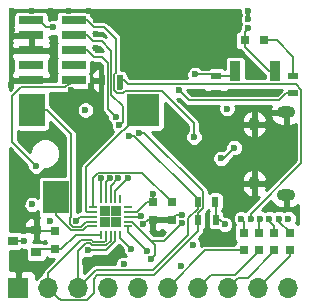
<source format=gbl>
G04 #@! TF.FileFunction,Copper,L4,Bot,Signal*
%FSLAX46Y46*%
G04 Gerber Fmt 4.6, Leading zero omitted, Abs format (unit mm)*
G04 Created by KiCad (PCBNEW 4.0.7-e0-6372~58~ubuntu16.10.1) date Fri Aug 10 15:11:26 2018*
%MOMM*%
%LPD*%
G01*
G04 APERTURE LIST*
%ADD10C,0.100000*%
%ADD11R,0.500000X0.900000*%
%ADD12R,0.750000X0.800000*%
%ADD13R,0.900000X0.500000*%
%ADD14R,0.800000X0.800000*%
%ADD15O,0.950000X1.250000*%
%ADD16O,1.550000X1.000000*%
%ADD17R,1.700000X1.700000*%
%ADD18O,1.700000X1.700000*%
%ADD19O,0.750000X0.200000*%
%ADD20O,0.200000X0.750000*%
%ADD21R,0.925000X0.925000*%
%ADD22R,0.900000X0.800000*%
%ADD23R,2.200000X2.800000*%
%ADD24R,2.800000X2.800000*%
%ADD25R,0.900000X1.700000*%
%ADD26R,2.100000X0.750000*%
%ADD27C,0.600000*%
%ADD28C,0.130000*%
%ADD29C,0.300000*%
%ADD30C,0.254000*%
G04 APERTURE END LIST*
D10*
D11*
X140500000Y-89200000D03*
X139000000Y-89200000D03*
D12*
X143300000Y-99500000D03*
X143300000Y-101000000D03*
X144900000Y-99500000D03*
X144900000Y-101000000D03*
X154900000Y-102100000D03*
X154900000Y-103600000D03*
D13*
X148700000Y-88800000D03*
X148700000Y-90300000D03*
D12*
X153600000Y-103600000D03*
X153600000Y-102100000D03*
X152300000Y-103600000D03*
X152300000Y-102100000D03*
X135059793Y-101992047D03*
X135059793Y-103492047D03*
D11*
X148650000Y-101000000D03*
X147150000Y-101000000D03*
X148610000Y-99470000D03*
X147110000Y-99470000D03*
D13*
X155200000Y-88800000D03*
X155200000Y-90300000D03*
D14*
X151100000Y-85800000D03*
X152700000Y-85800000D03*
D15*
X151900000Y-97900000D03*
X151900000Y-92900000D03*
D16*
X154600000Y-98900000D03*
X154600000Y-91900000D03*
D12*
X151000000Y-103600000D03*
X151000000Y-102100000D03*
D17*
X131920000Y-106740000D03*
D18*
X134460000Y-106740000D03*
X137000000Y-106740000D03*
X139540000Y-106740000D03*
X142080000Y-106740000D03*
X144620000Y-106740000D03*
X147160000Y-106740000D03*
X149700000Y-106740000D03*
X152240000Y-106740000D03*
X154780000Y-106740000D03*
D19*
X138237500Y-101562500D03*
X138237500Y-101162500D03*
X138237500Y-100762500D03*
X138237500Y-100362500D03*
X138237500Y-99962500D03*
D20*
X138937500Y-99262500D03*
X139337500Y-99262500D03*
X139737500Y-99262500D03*
X140137500Y-99262500D03*
X140537500Y-99262500D03*
D19*
X141237500Y-99962500D03*
X141237500Y-100362500D03*
X141237500Y-100762500D03*
X141237500Y-101162500D03*
X141237500Y-101562500D03*
D20*
X140537500Y-102262500D03*
X140137500Y-102262500D03*
X139737500Y-102262500D03*
X139337500Y-102262500D03*
X138937500Y-102262500D03*
D21*
X140200000Y-100300000D03*
X140200000Y-101225000D03*
X139275000Y-100300000D03*
X139275000Y-101225000D03*
D22*
X133459793Y-101842047D03*
X133459793Y-103742047D03*
X131459793Y-102792047D03*
D23*
X133100000Y-91700000D03*
X135100000Y-99100000D03*
D24*
X142500000Y-91700000D03*
D25*
X150300000Y-88400000D03*
X153700000Y-88400000D03*
D26*
X133000000Y-84120000D03*
X136600000Y-84120000D03*
X133000000Y-85390000D03*
X136600000Y-85390000D03*
X133000000Y-86660000D03*
X136600000Y-86660000D03*
X133000000Y-87930000D03*
X136600000Y-87930000D03*
X133000000Y-89200000D03*
X136600000Y-89200000D03*
D27*
X137599988Y-104600000D03*
X145729972Y-104929978D03*
X138059989Y-89704651D03*
X131300000Y-89600000D03*
X136412749Y-90005004D03*
X147200000Y-90300000D03*
X149900000Y-102199999D03*
X145764213Y-100570866D03*
X142500000Y-101400000D03*
X133500000Y-102800000D03*
X138900000Y-92200000D03*
X134499975Y-93800025D03*
X139275000Y-101225000D03*
X140200000Y-101225000D03*
X140200000Y-100300000D03*
X139275000Y-100300000D03*
X138400000Y-88000000D03*
X131354688Y-88000000D03*
X131400000Y-86600000D03*
X131400000Y-84900000D03*
X131400000Y-83300000D03*
X133100000Y-83300000D03*
X134700000Y-83300000D03*
X136200000Y-83300000D03*
X137900000Y-83300000D03*
X138500000Y-84100000D03*
X138500000Y-85300000D03*
X138500000Y-86500000D03*
X134100000Y-97200000D03*
X133424999Y-96445001D03*
X154800000Y-100900000D03*
X146700000Y-103104990D03*
X134900000Y-84700000D03*
X149400000Y-101400000D03*
X136800000Y-101123822D03*
X143300000Y-98795010D03*
X140851341Y-104777192D03*
X132400000Y-102800000D03*
X151400000Y-84800000D03*
X151400000Y-84000000D03*
X151400000Y-83300000D03*
X133100000Y-99700000D03*
X137600000Y-91700000D03*
X149600000Y-91600000D03*
X153169987Y-100900000D03*
X140400000Y-97500000D03*
X152369996Y-100896728D03*
X139669987Y-97500000D03*
X142156870Y-93616820D03*
X141300000Y-93900000D03*
X142354305Y-100684675D03*
X143199992Y-104300000D03*
X145800000Y-101300000D03*
X142796649Y-103626929D03*
X141482549Y-103484796D03*
X137813416Y-103532758D03*
X140480407Y-93020149D03*
X146800000Y-94000000D03*
X146900000Y-88700000D03*
X134600000Y-101100000D03*
X140200000Y-92300000D03*
X145500000Y-90000000D03*
X149100000Y-95800000D03*
X150200000Y-94900000D03*
X150800000Y-100900004D03*
X138900000Y-97500000D03*
X154000000Y-100900000D03*
X141200000Y-97500000D03*
X151584975Y-100915039D03*
X140554745Y-89794214D03*
D28*
X148700000Y-90300000D02*
X147200000Y-90300000D01*
X145339949Y-100570866D02*
X145764213Y-100570866D01*
X145304134Y-100570866D02*
X145339949Y-100570866D01*
X144900000Y-100975000D02*
X145304134Y-100570866D01*
X144900000Y-101000000D02*
X144900000Y-100975000D01*
X143300000Y-101000000D02*
X142900000Y-101000000D01*
X142900000Y-101000000D02*
X142500000Y-101400000D01*
X133459793Y-101842047D02*
X133459793Y-102759793D01*
X133459793Y-102759793D02*
X133500000Y-102800000D01*
X135059793Y-101992047D02*
X133609793Y-101992047D01*
X133609793Y-101992047D02*
X133459793Y-101842047D01*
X133424999Y-96445001D02*
X131400000Y-94420002D01*
X131400000Y-94420002D02*
X131400000Y-90548998D01*
X136289997Y-89510003D02*
X136600000Y-89200000D01*
X131400000Y-90548998D02*
X132178997Y-89770001D01*
X132178997Y-89770001D02*
X135915150Y-89770001D01*
X135915150Y-89770001D02*
X136175148Y-89510003D01*
X136175148Y-89510003D02*
X136289997Y-89510003D01*
X133000000Y-84120000D02*
X133675000Y-84120000D01*
X133675000Y-84120000D02*
X134255000Y-84700000D01*
X134255000Y-84700000D02*
X134900000Y-84700000D01*
X153700000Y-88400000D02*
X153120000Y-88400000D01*
X153120000Y-88400000D02*
X151100000Y-86380000D01*
X151100000Y-86380000D02*
X151100000Y-86330000D01*
X151100000Y-86330000D02*
X151100000Y-85800000D01*
X151100000Y-85800000D02*
X151100000Y-85100000D01*
X151100000Y-85100000D02*
X151400000Y-84800000D01*
X148650000Y-101000000D02*
X148650000Y-99510000D01*
X148650000Y-99510000D02*
X148610000Y-99470000D01*
X148650000Y-101000000D02*
X149000000Y-101000000D01*
X149000000Y-101000000D02*
X149400000Y-101400000D01*
X153700000Y-88400000D02*
X153700000Y-88000000D01*
X138237500Y-100762500D02*
X137161322Y-100762500D01*
X137161322Y-100762500D02*
X136800000Y-101123822D01*
X143300000Y-99500000D02*
X143300000Y-98795010D01*
X143300000Y-99500000D02*
X142795000Y-99500000D01*
X142795000Y-99500000D02*
X141932500Y-100362500D01*
X141932500Y-100362500D02*
X141742500Y-100362500D01*
X141742500Y-100362500D02*
X141237500Y-100362500D01*
X131459793Y-102792047D02*
X132392047Y-102792047D01*
X132392047Y-102792047D02*
X132400000Y-102800000D01*
D29*
X151400000Y-83300000D02*
X151400000Y-84000000D01*
D28*
X153199992Y-100900000D02*
X153169987Y-100900000D01*
X153199992Y-101169992D02*
X153199992Y-100900000D01*
X153600000Y-102100000D02*
X153600000Y-101570000D01*
X153600000Y-101570000D02*
X153199992Y-101169992D01*
X140400000Y-97500000D02*
X139737500Y-98162500D01*
X139737500Y-98162500D02*
X139737500Y-99262500D01*
X152300000Y-102100000D02*
X152300000Y-100966724D01*
X152300000Y-100966724D02*
X152369996Y-100896728D01*
X139337500Y-99262500D02*
X139337500Y-97832487D01*
X139337500Y-97832487D02*
X139369988Y-97799999D01*
X139369988Y-97799999D02*
X139669987Y-97500000D01*
X147150000Y-101000000D02*
X147150000Y-101917398D01*
X147150000Y-101917398D02*
X146104999Y-102962399D01*
X146104999Y-102962399D02*
X146104999Y-102995001D01*
X143405001Y-105694999D02*
X138605001Y-105694999D01*
X146104999Y-102995001D02*
X143405001Y-105694999D01*
X138300000Y-106000000D02*
X138300000Y-107200000D01*
X137714999Y-107785001D02*
X135505001Y-107785001D01*
X135505001Y-107785001D02*
X135309999Y-107589999D01*
X138605001Y-105694999D02*
X138300000Y-106000000D01*
X138300000Y-107200000D02*
X137714999Y-107785001D01*
X135309999Y-107589999D02*
X134460000Y-106740000D01*
X134460000Y-105537919D02*
X134460000Y-106740000D01*
X137257930Y-102739989D02*
X134460000Y-105537919D01*
X138126928Y-102739989D02*
X137257930Y-102739989D01*
X138286939Y-102900000D02*
X138126928Y-102739989D01*
X139337500Y-102767500D02*
X139205000Y-102900000D01*
X139337500Y-102262500D02*
X139337500Y-102767500D01*
X139205000Y-102900000D02*
X138286939Y-102900000D01*
X142581134Y-93616820D02*
X142156870Y-93616820D01*
X147150000Y-100420000D02*
X147555001Y-100014999D01*
X147555001Y-98590687D02*
X142581134Y-93616820D01*
X147555001Y-100014999D02*
X147555001Y-98590687D01*
X147150000Y-101000000D02*
X147150000Y-100420000D01*
X147110000Y-99470000D02*
X147110000Y-100050000D01*
X147110000Y-100050000D02*
X146300000Y-100860000D01*
X138467807Y-105272193D02*
X137000000Y-106740000D01*
X146300000Y-100860000D02*
X146300000Y-102300000D01*
X146300000Y-102300000D02*
X143327807Y-105272193D01*
X143327807Y-105272193D02*
X138467807Y-105272193D01*
X137646124Y-103000000D02*
X137000000Y-103646124D01*
X139737500Y-102767500D02*
X139344989Y-103160011D01*
X137000000Y-105537919D02*
X137000000Y-106740000D01*
X139737500Y-102262500D02*
X139737500Y-102767500D01*
X139344989Y-103160011D02*
X138179239Y-103160011D01*
X138179239Y-103160011D02*
X138019228Y-103000000D01*
X138019228Y-103000000D02*
X137646124Y-103000000D01*
X137000000Y-103646124D02*
X137000000Y-105537919D01*
X147110000Y-99470000D02*
X147110000Y-99270000D01*
X147110000Y-99270000D02*
X141740000Y-93900000D01*
X141740000Y-93900000D02*
X141724264Y-93900000D01*
X141724264Y-93900000D02*
X141300000Y-93900000D01*
X141237500Y-100762500D02*
X142276480Y-100762500D01*
X142276480Y-100762500D02*
X142354305Y-100684675D01*
X143499991Y-104000001D02*
X143199992Y-104300000D01*
X143195002Y-102827606D02*
X143499991Y-103132595D01*
X143499991Y-103132595D02*
X143499991Y-104000001D01*
X145800000Y-101300000D02*
X144272394Y-102827606D01*
X144272394Y-102827606D02*
X143195002Y-102827606D01*
X141237500Y-101162500D02*
X141529896Y-101162500D01*
X141529896Y-101162500D02*
X143195002Y-102827606D01*
X141237500Y-102067780D02*
X142496650Y-103326930D01*
X142496650Y-103326930D02*
X142796649Y-103626929D01*
X141237500Y-101562500D02*
X141237500Y-102067780D01*
X140537500Y-102262500D02*
X140537500Y-102537500D01*
X141482549Y-103482549D02*
X141482549Y-103484796D01*
X140537500Y-102537500D02*
X141482549Y-103482549D01*
X140137500Y-102767500D02*
X139372242Y-103532758D01*
X139372242Y-103532758D02*
X138237680Y-103532758D01*
X140137500Y-102262500D02*
X140137500Y-102767500D01*
X138237680Y-103532758D02*
X137813416Y-103532758D01*
X139800000Y-90400000D02*
X139800000Y-90139782D01*
X139800000Y-86700000D02*
X139000000Y-85900000D01*
X139800000Y-88481287D02*
X139800000Y-86700000D01*
X139794988Y-88486299D02*
X139800000Y-88481287D01*
X139794988Y-89913701D02*
X139794988Y-88486299D01*
X139799733Y-89918446D02*
X139794988Y-89913701D01*
X139799733Y-90139515D02*
X139799733Y-89918446D01*
X139800000Y-90139782D02*
X139799733Y-90139515D01*
X140780406Y-91380406D02*
X139800000Y-90400000D01*
X140780406Y-92720150D02*
X140780406Y-91380406D01*
X140480407Y-93020149D02*
X140780406Y-92720150D01*
X139000000Y-85900000D02*
X138290000Y-85900000D01*
X138290000Y-85900000D02*
X137780000Y-85390000D01*
X137780000Y-85390000D02*
X136600000Y-85390000D01*
X137780000Y-84120000D02*
X136600000Y-84120000D01*
X138360000Y-84700000D02*
X137780000Y-84120000D01*
X140160011Y-88554999D02*
X140160011Y-85660011D01*
X139200000Y-84700000D02*
X138360000Y-84700000D01*
X140160011Y-85660011D02*
X139200000Y-84700000D01*
X140054999Y-88660011D02*
X140160011Y-88554999D01*
X140054999Y-89806001D02*
X140054999Y-88660011D01*
X140059744Y-89810746D02*
X140054999Y-89806001D01*
X140059744Y-90031815D02*
X140059744Y-89810746D01*
X140317144Y-90289215D02*
X140059744Y-90031815D01*
X140792346Y-90289215D02*
X140317144Y-90289215D01*
X140976562Y-90104999D02*
X140792346Y-90289215D01*
X144056001Y-90104999D02*
X140976562Y-90104999D01*
X146800000Y-92848998D02*
X144056001Y-90104999D01*
X146800000Y-94000000D02*
X146800000Y-92848998D01*
X135059793Y-103492047D02*
X133709793Y-103492047D01*
X133709793Y-103492047D02*
X133459793Y-103742047D01*
X135059793Y-103492047D02*
X135564793Y-103492047D01*
X135564793Y-103492047D02*
X136794340Y-102262500D01*
X136794340Y-102262500D02*
X138707500Y-102262500D01*
X138707500Y-102262500D02*
X138937500Y-102262500D01*
X146900000Y-88700000D02*
X148600000Y-88700000D01*
X148600000Y-88700000D02*
X148700000Y-88800000D01*
X148700000Y-88800000D02*
X149900000Y-88800000D01*
X149900000Y-88800000D02*
X150300000Y-88400000D01*
X140200000Y-92300000D02*
X139500000Y-91600000D01*
X139500000Y-87700000D02*
X139000000Y-87200000D01*
X139500000Y-91600000D02*
X139500000Y-87700000D01*
X139000000Y-87200000D02*
X138320000Y-87200000D01*
X138320000Y-87200000D02*
X137780000Y-86660000D01*
X137780000Y-86660000D02*
X136600000Y-86660000D01*
X152700000Y-85800000D02*
X153819098Y-85800000D01*
X153819098Y-85800000D02*
X155200000Y-87180902D01*
X155200000Y-88800000D02*
X155200000Y-87180902D01*
X147400000Y-90900000D02*
X146400000Y-90900000D01*
X146400000Y-90900000D02*
X145500000Y-90000000D01*
X154020000Y-90900000D02*
X147400000Y-90900000D01*
X155200000Y-90300000D02*
X154620000Y-90300000D01*
X154620000Y-90300000D02*
X154020000Y-90900000D01*
X150200000Y-94900000D02*
X149300000Y-95800000D01*
X149300000Y-95800000D02*
X149100000Y-95800000D01*
X136395001Y-93765001D02*
X134330000Y-91700000D01*
X136304998Y-100886220D02*
X136395001Y-100796217D01*
X136562398Y-101618824D02*
X136304998Y-101361424D01*
X137203381Y-101618824D02*
X136562398Y-101618824D01*
X136304998Y-101361424D02*
X136304998Y-100886220D01*
X137659705Y-101162500D02*
X137203381Y-101618824D01*
X134330000Y-91700000D02*
X133100000Y-91700000D01*
X138237500Y-101162500D02*
X137659705Y-101162500D01*
X136395001Y-100796217D02*
X136395001Y-93765001D01*
X138237500Y-100362500D02*
X137732500Y-100362500D01*
X137732500Y-100362500D02*
X137667490Y-100297490D01*
X137667490Y-100297490D02*
X137667490Y-96532510D01*
X140804999Y-93395001D02*
X140837601Y-93395001D01*
X137667490Y-96532510D02*
X140804999Y-93395001D01*
X142500000Y-91732602D02*
X142500000Y-91700000D01*
X140837601Y-93395001D02*
X142500000Y-91732602D01*
X152240000Y-106740000D02*
X154900000Y-104080000D01*
X154900000Y-104080000D02*
X154900000Y-103600000D01*
X151000000Y-101100004D02*
X150800000Y-100900004D01*
X151000000Y-102100000D02*
X151000000Y-101100004D01*
X138900000Y-97500000D02*
X138900000Y-99225000D01*
X138900000Y-99225000D02*
X138937500Y-99262500D01*
X149700000Y-106740000D02*
X150549999Y-105890001D01*
X150549999Y-105890001D02*
X151334999Y-105890001D01*
X151334999Y-105890001D02*
X153600000Y-103625000D01*
X153600000Y-103625000D02*
X153600000Y-103600000D01*
X147160000Y-106740000D02*
X148205001Y-105694999D01*
X148205001Y-105694999D02*
X150230001Y-105694999D01*
X150230001Y-105694999D02*
X152300000Y-103625000D01*
X152300000Y-103625000D02*
X152300000Y-103600000D01*
X151000000Y-103600000D02*
X147760000Y-103600000D01*
X147760000Y-103600000D02*
X144620000Y-106740000D01*
X138237500Y-99732500D02*
X138237500Y-99962500D01*
X138662399Y-97004999D02*
X138237500Y-97429898D01*
X142429999Y-97004999D02*
X138662399Y-97004999D01*
X144900000Y-99500000D02*
X144900000Y-99475000D01*
X138237500Y-97429898D02*
X138237500Y-99732500D01*
X144900000Y-99475000D02*
X142429999Y-97004999D01*
X154000000Y-101175000D02*
X154000000Y-100900000D01*
X154900000Y-102075000D02*
X154000000Y-101175000D01*
X154900000Y-102100000D02*
X154900000Y-102075000D01*
X141200000Y-97500000D02*
X140137500Y-98562500D01*
X140137500Y-98562500D02*
X140137500Y-99262500D01*
X135100000Y-99100000D02*
X135100000Y-100630000D01*
X136348835Y-101878835D02*
X137416165Y-101878835D01*
X135100000Y-100630000D02*
X136348835Y-101878835D01*
X137732500Y-101562500D02*
X138237500Y-101562500D01*
X137416165Y-101878835D02*
X137732500Y-101562500D01*
X151584975Y-100490747D02*
X151584975Y-100490775D01*
X155900000Y-96175722D02*
X151584975Y-100490747D01*
X155900000Y-90000000D02*
X155900000Y-96175722D01*
X155400000Y-89500000D02*
X155900000Y-90000000D01*
X141180000Y-89500000D02*
X155400000Y-89500000D01*
X140880000Y-89200000D02*
X141180000Y-89500000D01*
X140500000Y-89200000D02*
X140880000Y-89200000D01*
X151584975Y-100490775D02*
X151584975Y-100915039D01*
X140514214Y-89794214D02*
X140554745Y-89794214D01*
X140500000Y-89780000D02*
X140514214Y-89794214D01*
X140500000Y-89200000D02*
X140500000Y-89780000D01*
D30*
G36*
X132253158Y-103534873D02*
X132545559Y-103535128D01*
X132566271Y-103526570D01*
X132566271Y-104142047D01*
X132596603Y-104303248D01*
X132691873Y-104451302D01*
X132837238Y-104550626D01*
X133009793Y-104585569D01*
X133909793Y-104585569D01*
X134070994Y-104555237D01*
X134219048Y-104459967D01*
X134318372Y-104314602D01*
X134347433Y-104171092D01*
X134366873Y-104201302D01*
X134512238Y-104300626D01*
X134684793Y-104335569D01*
X134955244Y-104335569D01*
X134106447Y-105184366D01*
X133998060Y-105346577D01*
X133961093Y-105532423D01*
X133551368Y-105806193D01*
X133405000Y-106025248D01*
X133405000Y-105763691D01*
X133308327Y-105530302D01*
X133129699Y-105351673D01*
X132896310Y-105255000D01*
X132205750Y-105255000D01*
X132047000Y-105413750D01*
X132047000Y-106613000D01*
X132067000Y-106613000D01*
X132067000Y-106867000D01*
X132047000Y-106867000D01*
X132047000Y-106887000D01*
X131793000Y-106887000D01*
X131793000Y-106867000D01*
X131773000Y-106867000D01*
X131773000Y-106613000D01*
X131793000Y-106613000D01*
X131793000Y-105413750D01*
X131634250Y-105255000D01*
X131210000Y-105255000D01*
X131210000Y-103635569D01*
X131909793Y-103635569D01*
X132070994Y-103605237D01*
X132208902Y-103516496D01*
X132253158Y-103534873D01*
X132253158Y-103534873D01*
G37*
X132253158Y-103534873D02*
X132545559Y-103535128D01*
X132566271Y-103526570D01*
X132566271Y-104142047D01*
X132596603Y-104303248D01*
X132691873Y-104451302D01*
X132837238Y-104550626D01*
X133009793Y-104585569D01*
X133909793Y-104585569D01*
X134070994Y-104555237D01*
X134219048Y-104459967D01*
X134318372Y-104314602D01*
X134347433Y-104171092D01*
X134366873Y-104201302D01*
X134512238Y-104300626D01*
X134684793Y-104335569D01*
X134955244Y-104335569D01*
X134106447Y-105184366D01*
X133998060Y-105346577D01*
X133961093Y-105532423D01*
X133551368Y-105806193D01*
X133405000Y-106025248D01*
X133405000Y-105763691D01*
X133308327Y-105530302D01*
X133129699Y-105351673D01*
X132896310Y-105255000D01*
X132205750Y-105255000D01*
X132047000Y-105413750D01*
X132047000Y-106613000D01*
X132067000Y-106613000D01*
X132067000Y-106867000D01*
X132047000Y-106867000D01*
X132047000Y-106887000D01*
X131793000Y-106887000D01*
X131793000Y-106867000D01*
X131773000Y-106867000D01*
X131773000Y-106613000D01*
X131793000Y-106613000D01*
X131793000Y-105413750D01*
X131634250Y-105255000D01*
X131210000Y-105255000D01*
X131210000Y-103635569D01*
X131909793Y-103635569D01*
X132070994Y-103605237D01*
X132208902Y-103516496D01*
X132253158Y-103534873D01*
G36*
X140747574Y-103454680D02*
X140747421Y-103630355D01*
X140859083Y-103900596D01*
X141002240Y-104044003D01*
X140998183Y-104042319D01*
X140705782Y-104042064D01*
X140435541Y-104153726D01*
X140228601Y-104360304D01*
X140116468Y-104630350D01*
X140116344Y-104772193D01*
X138467807Y-104772193D01*
X138276465Y-104810253D01*
X138211493Y-104853667D01*
X138114254Y-104918639D01*
X137500000Y-105532893D01*
X137500000Y-104198463D01*
X137666574Y-104267631D01*
X137958975Y-104267886D01*
X138229216Y-104156224D01*
X138352898Y-104032758D01*
X139372242Y-104032758D01*
X139563584Y-103994698D01*
X139725795Y-103886311D01*
X140452500Y-103159606D01*
X140747574Y-103454680D01*
X140747574Y-103454680D01*
G37*
X140747574Y-103454680D02*
X140747421Y-103630355D01*
X140859083Y-103900596D01*
X141002240Y-104044003D01*
X140998183Y-104042319D01*
X140705782Y-104042064D01*
X140435541Y-104153726D01*
X140228601Y-104360304D01*
X140116468Y-104630350D01*
X140116344Y-104772193D01*
X138467807Y-104772193D01*
X138276465Y-104810253D01*
X138211493Y-104853667D01*
X138114254Y-104918639D01*
X137500000Y-105532893D01*
X137500000Y-104198463D01*
X137666574Y-104267631D01*
X137958975Y-104267886D01*
X138229216Y-104156224D01*
X138352898Y-104032758D01*
X139372242Y-104032758D01*
X139563584Y-103994698D01*
X139725795Y-103886311D01*
X140452500Y-103159606D01*
X140747574Y-103454680D01*
G36*
X145527919Y-90735025D02*
X146046446Y-91253553D01*
X146185471Y-91346447D01*
X146208658Y-91361940D01*
X146400000Y-91400000D01*
X148887200Y-91400000D01*
X148865127Y-91453158D01*
X148864872Y-91745559D01*
X148976534Y-92015800D01*
X149183112Y-92222740D01*
X149453158Y-92334873D01*
X149745559Y-92335128D01*
X150015800Y-92223466D01*
X150222740Y-92016888D01*
X150334873Y-91746842D01*
X150335128Y-91454441D01*
X150312633Y-91400000D01*
X153328163Y-91400000D01*
X153230881Y-91598126D01*
X153357046Y-91773000D01*
X154473000Y-91773000D01*
X154473000Y-91753000D01*
X154727000Y-91753000D01*
X154727000Y-91773000D01*
X154747000Y-91773000D01*
X154747000Y-92027000D01*
X154727000Y-92027000D01*
X154727000Y-93035000D01*
X155002000Y-93035000D01*
X155400000Y-92908482D01*
X155400000Y-95968616D01*
X152913433Y-98455183D01*
X153001229Y-98201131D01*
X152852563Y-98027000D01*
X152027000Y-98027000D01*
X152027000Y-98992734D01*
X152197938Y-99119268D01*
X152299014Y-99069602D01*
X151231422Y-100137194D01*
X151155000Y-100251566D01*
X150946842Y-100165131D01*
X150654441Y-100164876D01*
X150384200Y-100276538D01*
X150177260Y-100483116D01*
X150065127Y-100753162D01*
X150064872Y-101045563D01*
X150176534Y-101315804D01*
X150286061Y-101425523D01*
X150216421Y-101527445D01*
X150181478Y-101700000D01*
X150181478Y-102500000D01*
X150211810Y-102661201D01*
X150307080Y-102809255D01*
X150366172Y-102849631D01*
X150315745Y-102882080D01*
X150216421Y-103027445D01*
X150201728Y-103100000D01*
X147760000Y-103100000D01*
X147568658Y-103138060D01*
X147521617Y-103169492D01*
X147434894Y-103227438D01*
X147435128Y-102959431D01*
X147323466Y-102689190D01*
X147204495Y-102570010D01*
X147503554Y-102270951D01*
X147599206Y-102127797D01*
X147611940Y-102108740D01*
X147650000Y-101917398D01*
X147650000Y-101806049D01*
X147709255Y-101767920D01*
X147808579Y-101622555D01*
X147843522Y-101450000D01*
X147843522Y-100550000D01*
X147825086Y-100452020D01*
X147908554Y-100368552D01*
X148016941Y-100206341D01*
X148019395Y-100194002D01*
X148042080Y-100229255D01*
X148076572Y-100252823D01*
X147991421Y-100377445D01*
X147956478Y-100550000D01*
X147956478Y-101450000D01*
X147986810Y-101611201D01*
X148082080Y-101759255D01*
X148227445Y-101858579D01*
X148400000Y-101893522D01*
X148854120Y-101893522D01*
X148983112Y-102022740D01*
X149253158Y-102134873D01*
X149545559Y-102135128D01*
X149815800Y-102023466D01*
X150022740Y-101816888D01*
X150134873Y-101546842D01*
X150135128Y-101254441D01*
X150023466Y-100984200D01*
X149816888Y-100777260D01*
X149546842Y-100665127D01*
X149372081Y-100664975D01*
X149353553Y-100646447D01*
X149343522Y-100639744D01*
X149343522Y-100550000D01*
X149313190Y-100388799D01*
X149217920Y-100240745D01*
X149183428Y-100217177D01*
X149268579Y-100092555D01*
X149303522Y-99920000D01*
X149303522Y-99020000D01*
X149273190Y-98858799D01*
X149177920Y-98710745D01*
X149032555Y-98611421D01*
X148860000Y-98576478D01*
X148360000Y-98576478D01*
X148198799Y-98606810D01*
X148055001Y-98699341D01*
X148055001Y-98590687D01*
X148016941Y-98399345D01*
X147947226Y-98295010D01*
X147908554Y-98237133D01*
X147872552Y-98201131D01*
X150798771Y-98201131D01*
X150940432Y-98611049D01*
X151228179Y-98935552D01*
X151602062Y-99119268D01*
X151773000Y-98992734D01*
X151773000Y-98027000D01*
X150947437Y-98027000D01*
X150798771Y-98201131D01*
X147872552Y-98201131D01*
X147270290Y-97598869D01*
X150798771Y-97598869D01*
X150947437Y-97773000D01*
X151773000Y-97773000D01*
X151773000Y-96807266D01*
X152027000Y-96807266D01*
X152027000Y-97773000D01*
X152852563Y-97773000D01*
X153001229Y-97598869D01*
X152859568Y-97188951D01*
X152571821Y-96864448D01*
X152197938Y-96680732D01*
X152027000Y-96807266D01*
X151773000Y-96807266D01*
X151602062Y-96680732D01*
X151228179Y-96864448D01*
X150940432Y-97188951D01*
X150798771Y-97598869D01*
X147270290Y-97598869D01*
X145616980Y-95945559D01*
X148364872Y-95945559D01*
X148476534Y-96215800D01*
X148683112Y-96422740D01*
X148953158Y-96534873D01*
X149245559Y-96535128D01*
X149515800Y-96423466D01*
X149722740Y-96216888D01*
X149816843Y-95990263D01*
X150172130Y-95634977D01*
X150345559Y-95635128D01*
X150615800Y-95523466D01*
X150822740Y-95316888D01*
X150934873Y-95046842D01*
X150935128Y-94754441D01*
X150823466Y-94484200D01*
X150616888Y-94277260D01*
X150346842Y-94165127D01*
X150054441Y-94164872D01*
X149784200Y-94276534D01*
X149577260Y-94483112D01*
X149465127Y-94753158D01*
X149464975Y-94927919D01*
X149304023Y-95088871D01*
X149246842Y-95065127D01*
X148954441Y-95064872D01*
X148684200Y-95176534D01*
X148477260Y-95383112D01*
X148365127Y-95653158D01*
X148364872Y-95945559D01*
X145616980Y-95945559D01*
X143214942Y-93543522D01*
X143900000Y-93543522D01*
X144061201Y-93513190D01*
X144209255Y-93417920D01*
X144308579Y-93272555D01*
X144343522Y-93100000D01*
X144343522Y-91099626D01*
X146300000Y-93056105D01*
X146300000Y-93460587D01*
X146177260Y-93583112D01*
X146065127Y-93853158D01*
X146064872Y-94145559D01*
X146176534Y-94415800D01*
X146383112Y-94622740D01*
X146653158Y-94734873D01*
X146945559Y-94735128D01*
X147215800Y-94623466D01*
X147422740Y-94416888D01*
X147534873Y-94146842D01*
X147535128Y-93854441D01*
X147423466Y-93584200D01*
X147300000Y-93460518D01*
X147300000Y-93201131D01*
X150798771Y-93201131D01*
X150940432Y-93611049D01*
X151228179Y-93935552D01*
X151602062Y-94119268D01*
X151773000Y-93992734D01*
X151773000Y-93027000D01*
X152027000Y-93027000D01*
X152027000Y-93992734D01*
X152197938Y-94119268D01*
X152571821Y-93935552D01*
X152859568Y-93611049D01*
X153001229Y-93201131D01*
X152852563Y-93027000D01*
X152027000Y-93027000D01*
X151773000Y-93027000D01*
X150947437Y-93027000D01*
X150798771Y-93201131D01*
X147300000Y-93201131D01*
X147300000Y-92848998D01*
X147261940Y-92657656D01*
X147222660Y-92598869D01*
X150798771Y-92598869D01*
X150947437Y-92773000D01*
X151773000Y-92773000D01*
X151773000Y-91807266D01*
X152027000Y-91807266D01*
X152027000Y-92773000D01*
X152852563Y-92773000D01*
X153001229Y-92598869D01*
X152864034Y-92201874D01*
X153230881Y-92201874D01*
X153432632Y-92612763D01*
X153773322Y-92900002D01*
X154198000Y-93035000D01*
X154473000Y-93035000D01*
X154473000Y-92027000D01*
X153357046Y-92027000D01*
X153230881Y-92201874D01*
X152864034Y-92201874D01*
X152859568Y-92188951D01*
X152571821Y-91864448D01*
X152197938Y-91680732D01*
X152027000Y-91807266D01*
X151773000Y-91807266D01*
X151602062Y-91680732D01*
X151228179Y-91864448D01*
X150940432Y-92188951D01*
X150798771Y-92598869D01*
X147222660Y-92598869D01*
X147175846Y-92528808D01*
X147153554Y-92495445D01*
X145393016Y-90734908D01*
X145527919Y-90735025D01*
X145527919Y-90735025D01*
G37*
X145527919Y-90735025D02*
X146046446Y-91253553D01*
X146185471Y-91346447D01*
X146208658Y-91361940D01*
X146400000Y-91400000D01*
X148887200Y-91400000D01*
X148865127Y-91453158D01*
X148864872Y-91745559D01*
X148976534Y-92015800D01*
X149183112Y-92222740D01*
X149453158Y-92334873D01*
X149745559Y-92335128D01*
X150015800Y-92223466D01*
X150222740Y-92016888D01*
X150334873Y-91746842D01*
X150335128Y-91454441D01*
X150312633Y-91400000D01*
X153328163Y-91400000D01*
X153230881Y-91598126D01*
X153357046Y-91773000D01*
X154473000Y-91773000D01*
X154473000Y-91753000D01*
X154727000Y-91753000D01*
X154727000Y-91773000D01*
X154747000Y-91773000D01*
X154747000Y-92027000D01*
X154727000Y-92027000D01*
X154727000Y-93035000D01*
X155002000Y-93035000D01*
X155400000Y-92908482D01*
X155400000Y-95968616D01*
X152913433Y-98455183D01*
X153001229Y-98201131D01*
X152852563Y-98027000D01*
X152027000Y-98027000D01*
X152027000Y-98992734D01*
X152197938Y-99119268D01*
X152299014Y-99069602D01*
X151231422Y-100137194D01*
X151155000Y-100251566D01*
X150946842Y-100165131D01*
X150654441Y-100164876D01*
X150384200Y-100276538D01*
X150177260Y-100483116D01*
X150065127Y-100753162D01*
X150064872Y-101045563D01*
X150176534Y-101315804D01*
X150286061Y-101425523D01*
X150216421Y-101527445D01*
X150181478Y-101700000D01*
X150181478Y-102500000D01*
X150211810Y-102661201D01*
X150307080Y-102809255D01*
X150366172Y-102849631D01*
X150315745Y-102882080D01*
X150216421Y-103027445D01*
X150201728Y-103100000D01*
X147760000Y-103100000D01*
X147568658Y-103138060D01*
X147521617Y-103169492D01*
X147434894Y-103227438D01*
X147435128Y-102959431D01*
X147323466Y-102689190D01*
X147204495Y-102570010D01*
X147503554Y-102270951D01*
X147599206Y-102127797D01*
X147611940Y-102108740D01*
X147650000Y-101917398D01*
X147650000Y-101806049D01*
X147709255Y-101767920D01*
X147808579Y-101622555D01*
X147843522Y-101450000D01*
X147843522Y-100550000D01*
X147825086Y-100452020D01*
X147908554Y-100368552D01*
X148016941Y-100206341D01*
X148019395Y-100194002D01*
X148042080Y-100229255D01*
X148076572Y-100252823D01*
X147991421Y-100377445D01*
X147956478Y-100550000D01*
X147956478Y-101450000D01*
X147986810Y-101611201D01*
X148082080Y-101759255D01*
X148227445Y-101858579D01*
X148400000Y-101893522D01*
X148854120Y-101893522D01*
X148983112Y-102022740D01*
X149253158Y-102134873D01*
X149545559Y-102135128D01*
X149815800Y-102023466D01*
X150022740Y-101816888D01*
X150134873Y-101546842D01*
X150135128Y-101254441D01*
X150023466Y-100984200D01*
X149816888Y-100777260D01*
X149546842Y-100665127D01*
X149372081Y-100664975D01*
X149353553Y-100646447D01*
X149343522Y-100639744D01*
X149343522Y-100550000D01*
X149313190Y-100388799D01*
X149217920Y-100240745D01*
X149183428Y-100217177D01*
X149268579Y-100092555D01*
X149303522Y-99920000D01*
X149303522Y-99020000D01*
X149273190Y-98858799D01*
X149177920Y-98710745D01*
X149032555Y-98611421D01*
X148860000Y-98576478D01*
X148360000Y-98576478D01*
X148198799Y-98606810D01*
X148055001Y-98699341D01*
X148055001Y-98590687D01*
X148016941Y-98399345D01*
X147947226Y-98295010D01*
X147908554Y-98237133D01*
X147872552Y-98201131D01*
X150798771Y-98201131D01*
X150940432Y-98611049D01*
X151228179Y-98935552D01*
X151602062Y-99119268D01*
X151773000Y-98992734D01*
X151773000Y-98027000D01*
X150947437Y-98027000D01*
X150798771Y-98201131D01*
X147872552Y-98201131D01*
X147270290Y-97598869D01*
X150798771Y-97598869D01*
X150947437Y-97773000D01*
X151773000Y-97773000D01*
X151773000Y-96807266D01*
X152027000Y-96807266D01*
X152027000Y-97773000D01*
X152852563Y-97773000D01*
X153001229Y-97598869D01*
X152859568Y-97188951D01*
X152571821Y-96864448D01*
X152197938Y-96680732D01*
X152027000Y-96807266D01*
X151773000Y-96807266D01*
X151602062Y-96680732D01*
X151228179Y-96864448D01*
X150940432Y-97188951D01*
X150798771Y-97598869D01*
X147270290Y-97598869D01*
X145616980Y-95945559D01*
X148364872Y-95945559D01*
X148476534Y-96215800D01*
X148683112Y-96422740D01*
X148953158Y-96534873D01*
X149245559Y-96535128D01*
X149515800Y-96423466D01*
X149722740Y-96216888D01*
X149816843Y-95990263D01*
X150172130Y-95634977D01*
X150345559Y-95635128D01*
X150615800Y-95523466D01*
X150822740Y-95316888D01*
X150934873Y-95046842D01*
X150935128Y-94754441D01*
X150823466Y-94484200D01*
X150616888Y-94277260D01*
X150346842Y-94165127D01*
X150054441Y-94164872D01*
X149784200Y-94276534D01*
X149577260Y-94483112D01*
X149465127Y-94753158D01*
X149464975Y-94927919D01*
X149304023Y-95088871D01*
X149246842Y-95065127D01*
X148954441Y-95064872D01*
X148684200Y-95176534D01*
X148477260Y-95383112D01*
X148365127Y-95653158D01*
X148364872Y-95945559D01*
X145616980Y-95945559D01*
X143214942Y-93543522D01*
X143900000Y-93543522D01*
X144061201Y-93513190D01*
X144209255Y-93417920D01*
X144308579Y-93272555D01*
X144343522Y-93100000D01*
X144343522Y-91099626D01*
X146300000Y-93056105D01*
X146300000Y-93460587D01*
X146177260Y-93583112D01*
X146065127Y-93853158D01*
X146064872Y-94145559D01*
X146176534Y-94415800D01*
X146383112Y-94622740D01*
X146653158Y-94734873D01*
X146945559Y-94735128D01*
X147215800Y-94623466D01*
X147422740Y-94416888D01*
X147534873Y-94146842D01*
X147535128Y-93854441D01*
X147423466Y-93584200D01*
X147300000Y-93460518D01*
X147300000Y-93201131D01*
X150798771Y-93201131D01*
X150940432Y-93611049D01*
X151228179Y-93935552D01*
X151602062Y-94119268D01*
X151773000Y-93992734D01*
X151773000Y-93027000D01*
X152027000Y-93027000D01*
X152027000Y-93992734D01*
X152197938Y-94119268D01*
X152571821Y-93935552D01*
X152859568Y-93611049D01*
X153001229Y-93201131D01*
X152852563Y-93027000D01*
X152027000Y-93027000D01*
X151773000Y-93027000D01*
X150947437Y-93027000D01*
X150798771Y-93201131D01*
X147300000Y-93201131D01*
X147300000Y-92848998D01*
X147261940Y-92657656D01*
X147222660Y-92598869D01*
X150798771Y-92598869D01*
X150947437Y-92773000D01*
X151773000Y-92773000D01*
X151773000Y-91807266D01*
X152027000Y-91807266D01*
X152027000Y-92773000D01*
X152852563Y-92773000D01*
X153001229Y-92598869D01*
X152864034Y-92201874D01*
X153230881Y-92201874D01*
X153432632Y-92612763D01*
X153773322Y-92900002D01*
X154198000Y-93035000D01*
X154473000Y-93035000D01*
X154473000Y-92027000D01*
X153357046Y-92027000D01*
X153230881Y-92201874D01*
X152864034Y-92201874D01*
X152859568Y-92188951D01*
X152571821Y-91864448D01*
X152197938Y-91680732D01*
X152027000Y-91807266D01*
X151773000Y-91807266D01*
X151602062Y-91680732D01*
X151228179Y-91864448D01*
X150940432Y-92188951D01*
X150798771Y-92598869D01*
X147222660Y-92598869D01*
X147175846Y-92528808D01*
X147153554Y-92495445D01*
X145393016Y-90734908D01*
X145527919Y-90735025D01*
G36*
X135895001Y-93972108D02*
X135895001Y-97256478D01*
X134000000Y-97256478D01*
X133838799Y-97286810D01*
X133690745Y-97382080D01*
X133591421Y-97527445D01*
X133556478Y-97700000D01*
X133556478Y-99116919D01*
X133516888Y-99077260D01*
X133246842Y-98965127D01*
X132954441Y-98964872D01*
X132684200Y-99076534D01*
X132477260Y-99283112D01*
X132365127Y-99553158D01*
X132364872Y-99845559D01*
X132476534Y-100115800D01*
X132683112Y-100322740D01*
X132953158Y-100434873D01*
X133245559Y-100435128D01*
X133515800Y-100323466D01*
X133556478Y-100282859D01*
X133556478Y-100500000D01*
X133586810Y-100661201D01*
X133682080Y-100809255D01*
X133718470Y-100834120D01*
X133586793Y-100965797D01*
X133586793Y-101715047D01*
X133606793Y-101715047D01*
X133606793Y-101969047D01*
X133586793Y-101969047D01*
X133586793Y-102718297D01*
X133745543Y-102877047D01*
X134036102Y-102877047D01*
X134202743Y-102808022D01*
X134291638Y-102896918D01*
X134276214Y-102919492D01*
X134261521Y-102992047D01*
X134168081Y-102992047D01*
X134082348Y-102933468D01*
X133909793Y-102898525D01*
X133134915Y-102898525D01*
X133134934Y-102877047D01*
X133174043Y-102877047D01*
X133332793Y-102718297D01*
X133332793Y-101969047D01*
X132533543Y-101969047D01*
X132437558Y-102065032D01*
X132254441Y-102064872D01*
X132221442Y-102078507D01*
X132082348Y-101983468D01*
X131909793Y-101948525D01*
X131210000Y-101948525D01*
X131210000Y-101315737D01*
X132374793Y-101315737D01*
X132374793Y-101556297D01*
X132533543Y-101715047D01*
X133332793Y-101715047D01*
X133332793Y-100965797D01*
X133174043Y-100807047D01*
X132883484Y-100807047D01*
X132650095Y-100903720D01*
X132471466Y-101082348D01*
X132374793Y-101315737D01*
X131210000Y-101315737D01*
X131210000Y-94937108D01*
X132690022Y-96417130D01*
X132689871Y-96590560D01*
X132801533Y-96860801D01*
X133008111Y-97067741D01*
X133278157Y-97179874D01*
X133570558Y-97180129D01*
X133840799Y-97068467D01*
X134047739Y-96861889D01*
X134121218Y-96684932D01*
X134454481Y-96685223D01*
X134926943Y-96490005D01*
X135288735Y-96128845D01*
X135484777Y-95656724D01*
X135485223Y-95145519D01*
X135290005Y-94673057D01*
X134928845Y-94311265D01*
X134456724Y-94115223D01*
X133945519Y-94114777D01*
X133473057Y-94309995D01*
X133111265Y-94671155D01*
X132915223Y-95143276D01*
X132915149Y-95228045D01*
X131900000Y-94212896D01*
X131900000Y-93523272D01*
X132000000Y-93543522D01*
X134200000Y-93543522D01*
X134361201Y-93513190D01*
X134509255Y-93417920D01*
X134608579Y-93272555D01*
X134643522Y-93100000D01*
X134643522Y-92720628D01*
X135895001Y-93972108D01*
X135895001Y-93972108D01*
G37*
X135895001Y-93972108D02*
X135895001Y-97256478D01*
X134000000Y-97256478D01*
X133838799Y-97286810D01*
X133690745Y-97382080D01*
X133591421Y-97527445D01*
X133556478Y-97700000D01*
X133556478Y-99116919D01*
X133516888Y-99077260D01*
X133246842Y-98965127D01*
X132954441Y-98964872D01*
X132684200Y-99076534D01*
X132477260Y-99283112D01*
X132365127Y-99553158D01*
X132364872Y-99845559D01*
X132476534Y-100115800D01*
X132683112Y-100322740D01*
X132953158Y-100434873D01*
X133245559Y-100435128D01*
X133515800Y-100323466D01*
X133556478Y-100282859D01*
X133556478Y-100500000D01*
X133586810Y-100661201D01*
X133682080Y-100809255D01*
X133718470Y-100834120D01*
X133586793Y-100965797D01*
X133586793Y-101715047D01*
X133606793Y-101715047D01*
X133606793Y-101969047D01*
X133586793Y-101969047D01*
X133586793Y-102718297D01*
X133745543Y-102877047D01*
X134036102Y-102877047D01*
X134202743Y-102808022D01*
X134291638Y-102896918D01*
X134276214Y-102919492D01*
X134261521Y-102992047D01*
X134168081Y-102992047D01*
X134082348Y-102933468D01*
X133909793Y-102898525D01*
X133134915Y-102898525D01*
X133134934Y-102877047D01*
X133174043Y-102877047D01*
X133332793Y-102718297D01*
X133332793Y-101969047D01*
X132533543Y-101969047D01*
X132437558Y-102065032D01*
X132254441Y-102064872D01*
X132221442Y-102078507D01*
X132082348Y-101983468D01*
X131909793Y-101948525D01*
X131210000Y-101948525D01*
X131210000Y-101315737D01*
X132374793Y-101315737D01*
X132374793Y-101556297D01*
X132533543Y-101715047D01*
X133332793Y-101715047D01*
X133332793Y-100965797D01*
X133174043Y-100807047D01*
X132883484Y-100807047D01*
X132650095Y-100903720D01*
X132471466Y-101082348D01*
X132374793Y-101315737D01*
X131210000Y-101315737D01*
X131210000Y-94937108D01*
X132690022Y-96417130D01*
X132689871Y-96590560D01*
X132801533Y-96860801D01*
X133008111Y-97067741D01*
X133278157Y-97179874D01*
X133570558Y-97180129D01*
X133840799Y-97068467D01*
X134047739Y-96861889D01*
X134121218Y-96684932D01*
X134454481Y-96685223D01*
X134926943Y-96490005D01*
X135288735Y-96128845D01*
X135484777Y-95656724D01*
X135485223Y-95145519D01*
X135290005Y-94673057D01*
X134928845Y-94311265D01*
X134456724Y-94115223D01*
X133945519Y-94114777D01*
X133473057Y-94309995D01*
X133111265Y-94671155D01*
X132915223Y-95143276D01*
X132915149Y-95228045D01*
X131900000Y-94212896D01*
X131900000Y-93523272D01*
X132000000Y-93543522D01*
X134200000Y-93543522D01*
X134361201Y-93513190D01*
X134509255Y-93417920D01*
X134608579Y-93272555D01*
X134643522Y-93100000D01*
X134643522Y-92720628D01*
X135895001Y-93972108D01*
G36*
X143427000Y-100873000D02*
X144773000Y-100873000D01*
X144773000Y-100853000D01*
X145027000Y-100853000D01*
X145027000Y-100873000D01*
X145047000Y-100873000D01*
X145047000Y-101127000D01*
X145027000Y-101127000D01*
X145027000Y-101147000D01*
X144773000Y-101147000D01*
X144773000Y-101127000D01*
X143427000Y-101127000D01*
X143427000Y-101876250D01*
X143585750Y-102035000D01*
X143801310Y-102035000D01*
X144034699Y-101938327D01*
X144100000Y-101873026D01*
X144165301Y-101938327D01*
X144369843Y-102023051D01*
X144065288Y-102327606D01*
X143402109Y-102327606D01*
X143061876Y-101987374D01*
X143173000Y-101876250D01*
X143173000Y-101127000D01*
X143153000Y-101127000D01*
X143153000Y-100873000D01*
X143173000Y-100873000D01*
X143173000Y-100853000D01*
X143427000Y-100853000D01*
X143427000Y-100873000D01*
X143427000Y-100873000D01*
G37*
X143427000Y-100873000D02*
X144773000Y-100873000D01*
X144773000Y-100853000D01*
X145027000Y-100853000D01*
X145027000Y-100873000D01*
X145047000Y-100873000D01*
X145047000Y-101127000D01*
X145027000Y-101127000D01*
X145027000Y-101147000D01*
X144773000Y-101147000D01*
X144773000Y-101127000D01*
X143427000Y-101127000D01*
X143427000Y-101876250D01*
X143585750Y-102035000D01*
X143801310Y-102035000D01*
X144034699Y-101938327D01*
X144100000Y-101873026D01*
X144165301Y-101938327D01*
X144369843Y-102023051D01*
X144065288Y-102327606D01*
X143402109Y-102327606D01*
X143061876Y-101987374D01*
X143173000Y-101876250D01*
X143173000Y-101127000D01*
X143153000Y-101127000D01*
X143153000Y-100873000D01*
X143173000Y-100873000D01*
X143173000Y-100853000D01*
X143427000Y-100853000D01*
X143427000Y-100873000D01*
G36*
X135186793Y-101865047D02*
X135206793Y-101865047D01*
X135206793Y-102119047D01*
X135186793Y-102119047D01*
X135186793Y-102139047D01*
X134932793Y-102139047D01*
X134932793Y-102119047D01*
X134912793Y-102119047D01*
X134912793Y-101865047D01*
X134932793Y-101865047D01*
X134932793Y-101845047D01*
X135186793Y-101845047D01*
X135186793Y-101865047D01*
X135186793Y-101865047D01*
G37*
X135186793Y-101865047D02*
X135206793Y-101865047D01*
X135206793Y-102119047D01*
X135186793Y-102119047D01*
X135186793Y-102139047D01*
X134932793Y-102139047D01*
X134932793Y-102119047D01*
X134912793Y-102119047D01*
X134912793Y-101865047D01*
X134932793Y-101865047D01*
X134932793Y-101845047D01*
X135186793Y-101845047D01*
X135186793Y-101865047D01*
G36*
X154727000Y-98773000D02*
X154747000Y-98773000D01*
X154747000Y-99027000D01*
X154727000Y-99027000D01*
X154727000Y-100035000D01*
X155002000Y-100035000D01*
X155426678Y-99900002D01*
X155590000Y-99762304D01*
X155590000Y-101388750D01*
X155447555Y-101291421D01*
X155434419Y-101288761D01*
X155534873Y-101046842D01*
X155535128Y-100754441D01*
X155423466Y-100484200D01*
X155216888Y-100277260D01*
X154946842Y-100165127D01*
X154654441Y-100164872D01*
X154399708Y-100270126D01*
X154146842Y-100165127D01*
X153854441Y-100164872D01*
X153584664Y-100276342D01*
X153316829Y-100165127D01*
X153024428Y-100164872D01*
X152773649Y-100268492D01*
X152590419Y-100192409D01*
X153346165Y-99436663D01*
X153432632Y-99612763D01*
X153773322Y-99900002D01*
X154198000Y-100035000D01*
X154473000Y-100035000D01*
X154473000Y-99027000D01*
X154453000Y-99027000D01*
X154453000Y-98773000D01*
X154473000Y-98773000D01*
X154473000Y-98753000D01*
X154727000Y-98753000D01*
X154727000Y-98773000D01*
X154727000Y-98773000D01*
G37*
X154727000Y-98773000D02*
X154747000Y-98773000D01*
X154747000Y-99027000D01*
X154727000Y-99027000D01*
X154727000Y-100035000D01*
X155002000Y-100035000D01*
X155426678Y-99900002D01*
X155590000Y-99762304D01*
X155590000Y-101388750D01*
X155447555Y-101291421D01*
X155434419Y-101288761D01*
X155534873Y-101046842D01*
X155535128Y-100754441D01*
X155423466Y-100484200D01*
X155216888Y-100277260D01*
X154946842Y-100165127D01*
X154654441Y-100164872D01*
X154399708Y-100270126D01*
X154146842Y-100165127D01*
X153854441Y-100164872D01*
X153584664Y-100276342D01*
X153316829Y-100165127D01*
X153024428Y-100164872D01*
X152773649Y-100268492D01*
X152590419Y-100192409D01*
X153346165Y-99436663D01*
X153432632Y-99612763D01*
X153773322Y-99900002D01*
X154198000Y-100035000D01*
X154473000Y-100035000D01*
X154473000Y-99027000D01*
X154453000Y-99027000D01*
X154453000Y-98773000D01*
X154473000Y-98773000D01*
X154473000Y-98753000D01*
X154727000Y-98753000D01*
X154727000Y-98773000D01*
G36*
X138100076Y-87642842D02*
X138128658Y-87661940D01*
X138320000Y-87700000D01*
X138792894Y-87700000D01*
X139000000Y-87907107D01*
X139000000Y-91600000D01*
X139034412Y-91773000D01*
X139038060Y-91791342D01*
X139146447Y-91953553D01*
X139465023Y-92272130D01*
X139464872Y-92445559D01*
X139576534Y-92715800D01*
X139745524Y-92885086D01*
X139745279Y-93165708D01*
X139856941Y-93435949D01*
X139956855Y-93536038D01*
X137313937Y-96178957D01*
X137205550Y-96341168D01*
X137167490Y-96532510D01*
X137167490Y-100262500D01*
X137161322Y-100262500D01*
X136991809Y-100296218D01*
X136969980Y-100300560D01*
X136895001Y-100350660D01*
X136895001Y-93765001D01*
X136856941Y-93573659D01*
X136796439Y-93483112D01*
X136748554Y-93411447D01*
X135182666Y-91845559D01*
X136864872Y-91845559D01*
X136976534Y-92115800D01*
X137183112Y-92322740D01*
X137453158Y-92434873D01*
X137745559Y-92435128D01*
X138015800Y-92323466D01*
X138222740Y-92116888D01*
X138334873Y-91846842D01*
X138335128Y-91554441D01*
X138223466Y-91284200D01*
X138016888Y-91077260D01*
X137746842Y-90965127D01*
X137454441Y-90964872D01*
X137184200Y-91076534D01*
X136977260Y-91283112D01*
X136865127Y-91553158D01*
X136864872Y-91845559D01*
X135182666Y-91845559D01*
X134683553Y-91346447D01*
X134643522Y-91319699D01*
X134643522Y-90300000D01*
X134637877Y-90270001D01*
X135915150Y-90270001D01*
X136106492Y-90231941D01*
X136268703Y-90123554D01*
X136373735Y-90018522D01*
X137650000Y-90018522D01*
X137811201Y-89988190D01*
X137959255Y-89892920D01*
X138058579Y-89747555D01*
X138093522Y-89575000D01*
X138093522Y-89485750D01*
X138115000Y-89485750D01*
X138115000Y-89776310D01*
X138211673Y-90009699D01*
X138390302Y-90188327D01*
X138623691Y-90285000D01*
X138716250Y-90285000D01*
X138875000Y-90126250D01*
X138875000Y-89327000D01*
X138273750Y-89327000D01*
X138115000Y-89485750D01*
X138093522Y-89485750D01*
X138093522Y-88825000D01*
X138063190Y-88663799D01*
X138037381Y-88623690D01*
X138115000Y-88623690D01*
X138115000Y-88914250D01*
X138273750Y-89073000D01*
X138875000Y-89073000D01*
X138875000Y-88273750D01*
X138716250Y-88115000D01*
X138623691Y-88115000D01*
X138390302Y-88211673D01*
X138211673Y-88390301D01*
X138115000Y-88623690D01*
X138037381Y-88623690D01*
X137999234Y-88564409D01*
X138058579Y-88477555D01*
X138093522Y-88305000D01*
X138093522Y-87638463D01*
X138100076Y-87642842D01*
X138100076Y-87642842D01*
G37*
X138100076Y-87642842D02*
X138128658Y-87661940D01*
X138320000Y-87700000D01*
X138792894Y-87700000D01*
X139000000Y-87907107D01*
X139000000Y-91600000D01*
X139034412Y-91773000D01*
X139038060Y-91791342D01*
X139146447Y-91953553D01*
X139465023Y-92272130D01*
X139464872Y-92445559D01*
X139576534Y-92715800D01*
X139745524Y-92885086D01*
X139745279Y-93165708D01*
X139856941Y-93435949D01*
X139956855Y-93536038D01*
X137313937Y-96178957D01*
X137205550Y-96341168D01*
X137167490Y-96532510D01*
X137167490Y-100262500D01*
X137161322Y-100262500D01*
X136991809Y-100296218D01*
X136969980Y-100300560D01*
X136895001Y-100350660D01*
X136895001Y-93765001D01*
X136856941Y-93573659D01*
X136796439Y-93483112D01*
X136748554Y-93411447D01*
X135182666Y-91845559D01*
X136864872Y-91845559D01*
X136976534Y-92115800D01*
X137183112Y-92322740D01*
X137453158Y-92434873D01*
X137745559Y-92435128D01*
X138015800Y-92323466D01*
X138222740Y-92116888D01*
X138334873Y-91846842D01*
X138335128Y-91554441D01*
X138223466Y-91284200D01*
X138016888Y-91077260D01*
X137746842Y-90965127D01*
X137454441Y-90964872D01*
X137184200Y-91076534D01*
X136977260Y-91283112D01*
X136865127Y-91553158D01*
X136864872Y-91845559D01*
X135182666Y-91845559D01*
X134683553Y-91346447D01*
X134643522Y-91319699D01*
X134643522Y-90300000D01*
X134637877Y-90270001D01*
X135915150Y-90270001D01*
X136106492Y-90231941D01*
X136268703Y-90123554D01*
X136373735Y-90018522D01*
X137650000Y-90018522D01*
X137811201Y-89988190D01*
X137959255Y-89892920D01*
X138058579Y-89747555D01*
X138093522Y-89575000D01*
X138093522Y-89485750D01*
X138115000Y-89485750D01*
X138115000Y-89776310D01*
X138211673Y-90009699D01*
X138390302Y-90188327D01*
X138623691Y-90285000D01*
X138716250Y-90285000D01*
X138875000Y-90126250D01*
X138875000Y-89327000D01*
X138273750Y-89327000D01*
X138115000Y-89485750D01*
X138093522Y-89485750D01*
X138093522Y-88825000D01*
X138063190Y-88663799D01*
X138037381Y-88623690D01*
X138115000Y-88623690D01*
X138115000Y-88914250D01*
X138273750Y-89073000D01*
X138875000Y-89073000D01*
X138875000Y-88273750D01*
X138716250Y-88115000D01*
X138623691Y-88115000D01*
X138390302Y-88211673D01*
X138211673Y-88390301D01*
X138115000Y-88623690D01*
X138037381Y-88623690D01*
X137999234Y-88564409D01*
X138058579Y-88477555D01*
X138093522Y-88305000D01*
X138093522Y-87638463D01*
X138100076Y-87642842D01*
G36*
X147615000Y-90016250D02*
X147773750Y-90175000D01*
X148573000Y-90175000D01*
X148573000Y-90153000D01*
X148827000Y-90153000D01*
X148827000Y-90175000D01*
X149626250Y-90175000D01*
X149785000Y-90016250D01*
X149785000Y-90000000D01*
X154212894Y-90000000D01*
X153812894Y-90400000D01*
X146607107Y-90400000D01*
X146234977Y-90027870D01*
X146235001Y-90000000D01*
X147615000Y-90000000D01*
X147615000Y-90016250D01*
X147615000Y-90016250D01*
G37*
X147615000Y-90016250D02*
X147773750Y-90175000D01*
X148573000Y-90175000D01*
X148573000Y-90153000D01*
X148827000Y-90153000D01*
X148827000Y-90175000D01*
X149626250Y-90175000D01*
X149785000Y-90016250D01*
X149785000Y-90000000D01*
X154212894Y-90000000D01*
X153812894Y-90400000D01*
X146607107Y-90400000D01*
X146234977Y-90027870D01*
X146235001Y-90000000D01*
X147615000Y-90000000D01*
X147615000Y-90016250D01*
G36*
X150664872Y-83445559D02*
X150749416Y-83650169D01*
X150665127Y-83853158D01*
X150664872Y-84145559D01*
X150770126Y-84400292D01*
X150665127Y-84653158D01*
X150664939Y-84868431D01*
X150638060Y-84908658D01*
X150625770Y-84970445D01*
X150538799Y-84986810D01*
X150390745Y-85082080D01*
X150291421Y-85227445D01*
X150256478Y-85400000D01*
X150256478Y-86200000D01*
X150286810Y-86361201D01*
X150382080Y-86509255D01*
X150527445Y-86608579D01*
X150684144Y-86640311D01*
X150746447Y-86733553D01*
X152766446Y-88753553D01*
X152806478Y-88780302D01*
X152806478Y-89000000D01*
X151193522Y-89000000D01*
X151193522Y-87550000D01*
X151163190Y-87388799D01*
X151067920Y-87240745D01*
X150922555Y-87141421D01*
X150750000Y-87106478D01*
X149850000Y-87106478D01*
X149688799Y-87136810D01*
X149540745Y-87232080D01*
X149441421Y-87377445D01*
X149406478Y-87550000D01*
X149406478Y-88198763D01*
X149322555Y-88141421D01*
X149150000Y-88106478D01*
X148250000Y-88106478D01*
X148088799Y-88136810D01*
X147990599Y-88200000D01*
X147439413Y-88200000D01*
X147316888Y-88077260D01*
X147046842Y-87965127D01*
X146754441Y-87964872D01*
X146484200Y-88076534D01*
X146277260Y-88283112D01*
X146165127Y-88553158D01*
X146164872Y-88845559D01*
X146228686Y-89000000D01*
X141387106Y-89000000D01*
X141233553Y-88846447D01*
X141193522Y-88819699D01*
X141193522Y-88750000D01*
X141163190Y-88588799D01*
X141067920Y-88440745D01*
X140922555Y-88341421D01*
X140750000Y-88306478D01*
X140660011Y-88306478D01*
X140660011Y-85660011D01*
X140621951Y-85468669D01*
X140569386Y-85390000D01*
X140513565Y-85306458D01*
X139553553Y-84346447D01*
X139391342Y-84238060D01*
X139200000Y-84200000D01*
X138567106Y-84200000D01*
X138133553Y-83766447D01*
X138092381Y-83738937D01*
X138063190Y-83583799D01*
X137967920Y-83435745D01*
X137822555Y-83336421D01*
X137650000Y-83301478D01*
X135550000Y-83301478D01*
X135388799Y-83331810D01*
X135240745Y-83427080D01*
X135141421Y-83572445D01*
X135106478Y-83745000D01*
X135106478Y-83989890D01*
X135046842Y-83965127D01*
X134754441Y-83964872D01*
X134493522Y-84072682D01*
X134493522Y-83745000D01*
X134463190Y-83583799D01*
X134367920Y-83435745D01*
X134222555Y-83336421D01*
X134050000Y-83301478D01*
X131950000Y-83301478D01*
X131788799Y-83331810D01*
X131640745Y-83427080D01*
X131541421Y-83572445D01*
X131506478Y-83745000D01*
X131506478Y-84495000D01*
X131516850Y-84550124D01*
X131411673Y-84655301D01*
X131315000Y-84888690D01*
X131315000Y-85104250D01*
X131473750Y-85263000D01*
X132873000Y-85263000D01*
X132873000Y-85243000D01*
X133127000Y-85243000D01*
X133127000Y-85263000D01*
X133147000Y-85263000D01*
X133147000Y-85517000D01*
X133127000Y-85517000D01*
X133127000Y-86533000D01*
X134526250Y-86533000D01*
X134685000Y-86374250D01*
X134685000Y-86158690D01*
X134629624Y-86025000D01*
X134685000Y-85891310D01*
X134685000Y-85675750D01*
X134526252Y-85517002D01*
X134685000Y-85517002D01*
X134685000Y-85406571D01*
X134753158Y-85434873D01*
X135045559Y-85435128D01*
X135106478Y-85409957D01*
X135106478Y-85765000D01*
X135136810Y-85926201D01*
X135200766Y-86025591D01*
X135141421Y-86112445D01*
X135106478Y-86285000D01*
X135106478Y-87035000D01*
X135136810Y-87196201D01*
X135200766Y-87295591D01*
X135141421Y-87382445D01*
X135106478Y-87555000D01*
X135106478Y-88305000D01*
X135136810Y-88466201D01*
X135200766Y-88565591D01*
X135141421Y-88652445D01*
X135106478Y-88825000D01*
X135106478Y-89270001D01*
X132178997Y-89270001D01*
X131987655Y-89308061D01*
X131959311Y-89327000D01*
X131473750Y-89327000D01*
X131315000Y-89485750D01*
X131315000Y-89701310D01*
X131381071Y-89860821D01*
X131210000Y-90031892D01*
X131210000Y-86945750D01*
X131315000Y-86945750D01*
X131315000Y-87161310D01*
X131411673Y-87394699D01*
X131517508Y-87500533D01*
X131506478Y-87555000D01*
X131506478Y-88305000D01*
X131516850Y-88360124D01*
X131411673Y-88465301D01*
X131315000Y-88698690D01*
X131315000Y-88914250D01*
X131473750Y-89073000D01*
X132873000Y-89073000D01*
X132873000Y-89053000D01*
X133127000Y-89053000D01*
X133127000Y-89073000D01*
X134526250Y-89073000D01*
X134685000Y-88914250D01*
X134685000Y-88698690D01*
X134588327Y-88465301D01*
X134482492Y-88359467D01*
X134493522Y-88305000D01*
X134493522Y-87555000D01*
X134483150Y-87499876D01*
X134588327Y-87394699D01*
X134685000Y-87161310D01*
X134685000Y-86945750D01*
X134526250Y-86787000D01*
X133127000Y-86787000D01*
X133127000Y-86807000D01*
X132873000Y-86807000D01*
X132873000Y-86787000D01*
X131473750Y-86787000D01*
X131315000Y-86945750D01*
X131210000Y-86945750D01*
X131210000Y-85675750D01*
X131315000Y-85675750D01*
X131315000Y-85891310D01*
X131370376Y-86025000D01*
X131315000Y-86158690D01*
X131315000Y-86374250D01*
X131473750Y-86533000D01*
X132873000Y-86533000D01*
X132873000Y-85517000D01*
X131473750Y-85517000D01*
X131315000Y-85675750D01*
X131210000Y-85675750D01*
X131210000Y-83210000D01*
X150665077Y-83210000D01*
X150664872Y-83445559D01*
X150664872Y-83445559D01*
G37*
X150664872Y-83445559D02*
X150749416Y-83650169D01*
X150665127Y-83853158D01*
X150664872Y-84145559D01*
X150770126Y-84400292D01*
X150665127Y-84653158D01*
X150664939Y-84868431D01*
X150638060Y-84908658D01*
X150625770Y-84970445D01*
X150538799Y-84986810D01*
X150390745Y-85082080D01*
X150291421Y-85227445D01*
X150256478Y-85400000D01*
X150256478Y-86200000D01*
X150286810Y-86361201D01*
X150382080Y-86509255D01*
X150527445Y-86608579D01*
X150684144Y-86640311D01*
X150746447Y-86733553D01*
X152766446Y-88753553D01*
X152806478Y-88780302D01*
X152806478Y-89000000D01*
X151193522Y-89000000D01*
X151193522Y-87550000D01*
X151163190Y-87388799D01*
X151067920Y-87240745D01*
X150922555Y-87141421D01*
X150750000Y-87106478D01*
X149850000Y-87106478D01*
X149688799Y-87136810D01*
X149540745Y-87232080D01*
X149441421Y-87377445D01*
X149406478Y-87550000D01*
X149406478Y-88198763D01*
X149322555Y-88141421D01*
X149150000Y-88106478D01*
X148250000Y-88106478D01*
X148088799Y-88136810D01*
X147990599Y-88200000D01*
X147439413Y-88200000D01*
X147316888Y-88077260D01*
X147046842Y-87965127D01*
X146754441Y-87964872D01*
X146484200Y-88076534D01*
X146277260Y-88283112D01*
X146165127Y-88553158D01*
X146164872Y-88845559D01*
X146228686Y-89000000D01*
X141387106Y-89000000D01*
X141233553Y-88846447D01*
X141193522Y-88819699D01*
X141193522Y-88750000D01*
X141163190Y-88588799D01*
X141067920Y-88440745D01*
X140922555Y-88341421D01*
X140750000Y-88306478D01*
X140660011Y-88306478D01*
X140660011Y-85660011D01*
X140621951Y-85468669D01*
X140569386Y-85390000D01*
X140513565Y-85306458D01*
X139553553Y-84346447D01*
X139391342Y-84238060D01*
X139200000Y-84200000D01*
X138567106Y-84200000D01*
X138133553Y-83766447D01*
X138092381Y-83738937D01*
X138063190Y-83583799D01*
X137967920Y-83435745D01*
X137822555Y-83336421D01*
X137650000Y-83301478D01*
X135550000Y-83301478D01*
X135388799Y-83331810D01*
X135240745Y-83427080D01*
X135141421Y-83572445D01*
X135106478Y-83745000D01*
X135106478Y-83989890D01*
X135046842Y-83965127D01*
X134754441Y-83964872D01*
X134493522Y-84072682D01*
X134493522Y-83745000D01*
X134463190Y-83583799D01*
X134367920Y-83435745D01*
X134222555Y-83336421D01*
X134050000Y-83301478D01*
X131950000Y-83301478D01*
X131788799Y-83331810D01*
X131640745Y-83427080D01*
X131541421Y-83572445D01*
X131506478Y-83745000D01*
X131506478Y-84495000D01*
X131516850Y-84550124D01*
X131411673Y-84655301D01*
X131315000Y-84888690D01*
X131315000Y-85104250D01*
X131473750Y-85263000D01*
X132873000Y-85263000D01*
X132873000Y-85243000D01*
X133127000Y-85243000D01*
X133127000Y-85263000D01*
X133147000Y-85263000D01*
X133147000Y-85517000D01*
X133127000Y-85517000D01*
X133127000Y-86533000D01*
X134526250Y-86533000D01*
X134685000Y-86374250D01*
X134685000Y-86158690D01*
X134629624Y-86025000D01*
X134685000Y-85891310D01*
X134685000Y-85675750D01*
X134526252Y-85517002D01*
X134685000Y-85517002D01*
X134685000Y-85406571D01*
X134753158Y-85434873D01*
X135045559Y-85435128D01*
X135106478Y-85409957D01*
X135106478Y-85765000D01*
X135136810Y-85926201D01*
X135200766Y-86025591D01*
X135141421Y-86112445D01*
X135106478Y-86285000D01*
X135106478Y-87035000D01*
X135136810Y-87196201D01*
X135200766Y-87295591D01*
X135141421Y-87382445D01*
X135106478Y-87555000D01*
X135106478Y-88305000D01*
X135136810Y-88466201D01*
X135200766Y-88565591D01*
X135141421Y-88652445D01*
X135106478Y-88825000D01*
X135106478Y-89270001D01*
X132178997Y-89270001D01*
X131987655Y-89308061D01*
X131959311Y-89327000D01*
X131473750Y-89327000D01*
X131315000Y-89485750D01*
X131315000Y-89701310D01*
X131381071Y-89860821D01*
X131210000Y-90031892D01*
X131210000Y-86945750D01*
X131315000Y-86945750D01*
X131315000Y-87161310D01*
X131411673Y-87394699D01*
X131517508Y-87500533D01*
X131506478Y-87555000D01*
X131506478Y-88305000D01*
X131516850Y-88360124D01*
X131411673Y-88465301D01*
X131315000Y-88698690D01*
X131315000Y-88914250D01*
X131473750Y-89073000D01*
X132873000Y-89073000D01*
X132873000Y-89053000D01*
X133127000Y-89053000D01*
X133127000Y-89073000D01*
X134526250Y-89073000D01*
X134685000Y-88914250D01*
X134685000Y-88698690D01*
X134588327Y-88465301D01*
X134482492Y-88359467D01*
X134493522Y-88305000D01*
X134493522Y-87555000D01*
X134483150Y-87499876D01*
X134588327Y-87394699D01*
X134685000Y-87161310D01*
X134685000Y-86945750D01*
X134526250Y-86787000D01*
X133127000Y-86787000D01*
X133127000Y-86807000D01*
X132873000Y-86807000D01*
X132873000Y-86787000D01*
X131473750Y-86787000D01*
X131315000Y-86945750D01*
X131210000Y-86945750D01*
X131210000Y-85675750D01*
X131315000Y-85675750D01*
X131315000Y-85891310D01*
X131370376Y-86025000D01*
X131315000Y-86158690D01*
X131315000Y-86374250D01*
X131473750Y-86533000D01*
X132873000Y-86533000D01*
X132873000Y-85517000D01*
X131473750Y-85517000D01*
X131315000Y-85675750D01*
X131210000Y-85675750D01*
X131210000Y-83210000D01*
X150665077Y-83210000D01*
X150664872Y-83445559D01*
G36*
X138290000Y-86400000D02*
X138792894Y-86400000D01*
X139115960Y-86723066D01*
X139000000Y-86700000D01*
X138527107Y-86700000D01*
X138211490Y-86384383D01*
X138290000Y-86400000D01*
X138290000Y-86400000D01*
G37*
X138290000Y-86400000D02*
X138792894Y-86400000D01*
X139115960Y-86723066D01*
X139000000Y-86700000D01*
X138527107Y-86700000D01*
X138211490Y-86384383D01*
X138290000Y-86400000D01*
G36*
X138360000Y-85200000D02*
X138992894Y-85200000D01*
X139310720Y-85517827D01*
X139191342Y-85438060D01*
X139000000Y-85400000D01*
X138497106Y-85400000D01*
X138281489Y-85184383D01*
X138360000Y-85200000D01*
X138360000Y-85200000D01*
G37*
X138360000Y-85200000D02*
X138992894Y-85200000D01*
X139310720Y-85517827D01*
X139191342Y-85438060D01*
X139000000Y-85400000D01*
X138497106Y-85400000D01*
X138281489Y-85184383D01*
X138360000Y-85200000D01*
M02*

</source>
